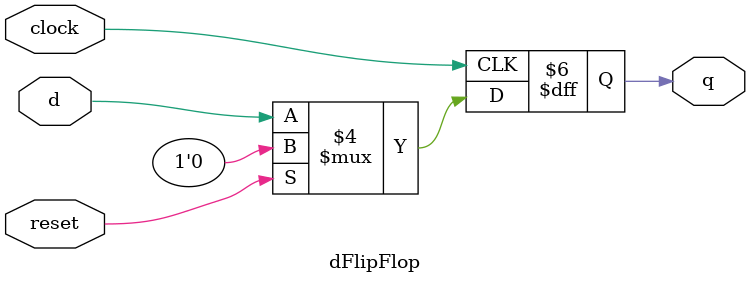
<source format=sv>
`default_nettype none

module dFlipFlop
	(output logic q,
	  input logic d, clock, reset);

	always @(posedge clock)
		if (reset == 1)
			q <= 0;
		else
			q <= d;

endmodule: dFlipFlop

</source>
